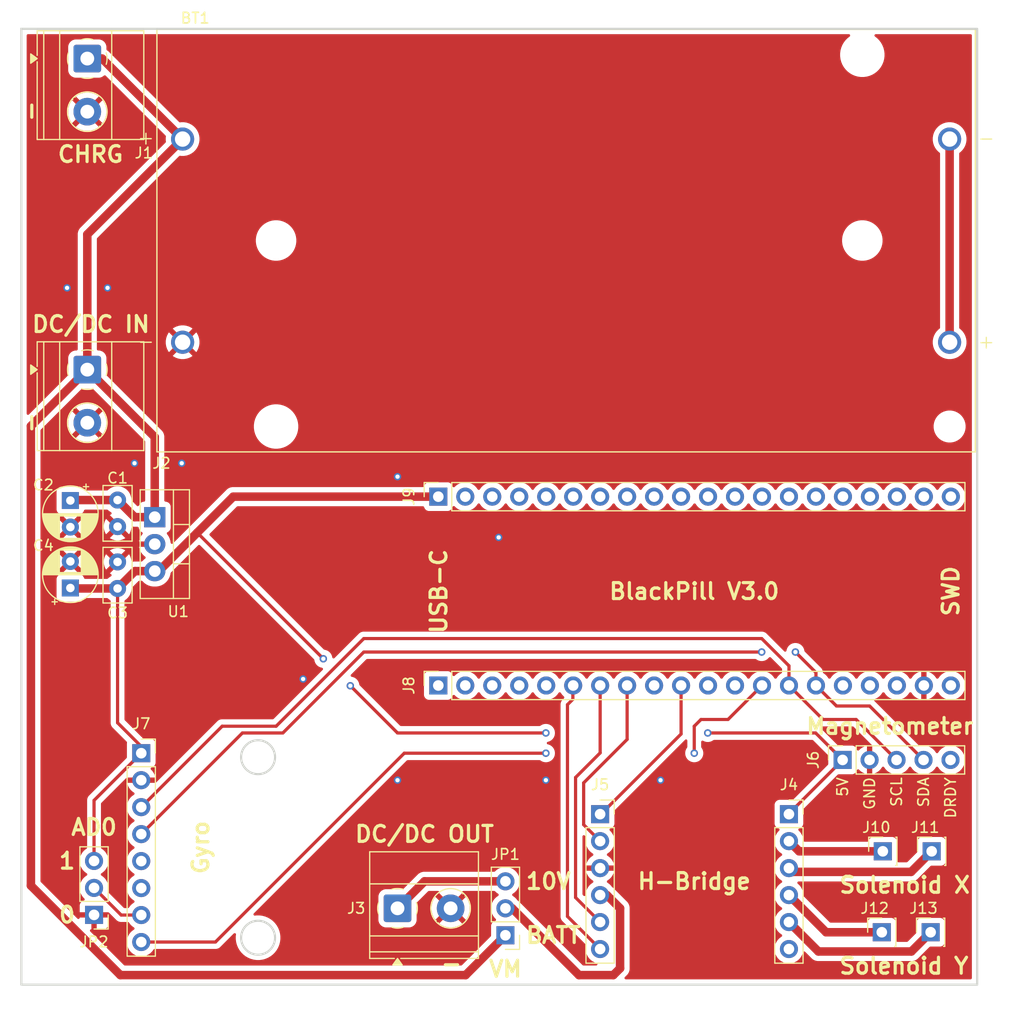
<source format=kicad_pcb>
(kicad_pcb (version 20241229) (generator "pcbnew") (generator_version "9.0")
  (layers (0 "F.Cu" signal) (2 "B.Cu" signal) (13 "F.Paste" user) (15 "B.Paste" user) (5 "F.SilkS" user "F.Silkscreen") (7 "B.SilkS" user "B.Silkscreen") (1 "F.Mask" user) (3 "B.Mask" user) (25 "Edge.Cuts" user))
  (net 0 "")
  (net 1 "Net-(BT1-PadN1)")
  (net 2 "GND")
  (net 3 "+BATT")
  (net 4 "+5V")
  (net 5 "+10V")
  (net 6 "/H-mostík/OUT4")
  (net 7 "/H-mostík/OUT1")
  (net 8 "/H-mostík/OUT3")
  (net 9 "/H-mostík/ULT")
  (net 10 "/H-mostík/OUT2")
  (net 11 "/BlackPill V3.0/A11")
  (net 12 "/H-mostík/VCC")
  (net 13 "/BlackPill V3.0/A15")
  (net 14 "/BlackPill V3.0/A9")
  (net 15 "/BlackPill V3.0/A10")
  (net 16 "/SCL1")
  (net 17 "/Magnetometer/DRDY")
  (net 18 "/SDA1")
  (net 19 "/Gyroskop/XDA")
  (net 20 "/GY_INT")
  (net 21 "/Gyroskop/AD0")
  (net 22 "/Gyroskop/XCL")
  (net 23 "/BlackPill V3.0/B9")
  (net 24 "/BlackPill V3.0/3V3.0")
  (net 25 "/BlackPill V3.0/B14")
  (net 26 "/BlackPill V3.0/A12")
  (net 27 "/BlackPill V3.0/B15")
  (net 28 "/BlackPill V3.0/B12")
  (net 29 "/BlackPill V3.0/B8")
  (net 30 "/BlackPill V3.0/B13")
  (net 31 "/BlackPill V3.0/C14")
  (net 32 "/BlackPill V3.0/A4")
  (net 33 "/BlackPill V3.0/A1")
  (net 34 "/BlackPill V3.0/A7")
  (net 35 "/BlackPill V3.0/A2")
  (net 36 "/BlackPill V3.0/C13")
  (net 37 "/BlackPill V3.0/A5")
  (net 38 "/BlackPill V3.0/A0")
  (net 39 "/BlackPill V3.0/B2")
  (net 40 "/BlackPill V3.0/R")
  (net 41 "/BlackPill V3.0/A3")
  (net 42 "/BlackPill V3.0/C15")
  (net 43 "/BlackPill V3.0/B1")
  (net 44 "/BlackPill V3.0/VB")
  (net 45 "/BlackPill V3.0/A6")
  (net 46 "/BlackPill V3.0/B0")
  (net 47 "/BlackPill V3.0/3V3.1")
  (net 48 "/BlackPill V3.0/G.1")
  (net 49 "/BlackPill V3.0/B4")
  (net 50 "/BlackPill V3.0/A8")
  (net 51 "/BlackPill V3.0/5V.0")
  (net 52 "/BlackPill V3.0/B3")
  (net 53 "/BlackPill V3.0/B10")
  (footprint "Capacitor_THT:CP_Radial_D5.0mm_P2.50mm" (layer "F.Cu") (at 107.625 98.128888 -90)
    (property "Reference" "C2" (at -1.461887 2.54 0) (layer "F.SilkS"))
    (property "Value" "10u")
    (pad "1" thru_hole rect (at 0 0 270) (size 1.6 1.6) (drill 0.8) (layers "*.Cu" "*.Mask") (net 3 "+BATT"))
    (pad "2" thru_hole circle (at 2.5 0 270) (size 1.6 1.6) (drill 0.8) (layers "*.Cu" "*.Mask") (net 2 "GND"))
  )
  (footprint "Connector_PinSocket_2.54mm:PinSocket_1x20_P2.54mm_Vertical" (layer "F.Cu") (at 142.27 115.545 90)
    (property "Reference" "J8" (at 0 -2.77 90) (layer "F.SilkS"))
    (property "Value" "Conn_01x20_Socket")
    (pad "1" thru_hole rect (at 0 0 90) (size 1.7 1.7) (drill 1) (layers "*.Cu" "*.Mask") (net 28 "/BlackPill V3.0/B12"))
    (pad "2" thru_hole oval (at 0 2.54 90) (size 1.7 1.7) (drill 1) (layers "*.Cu" "*.Mask") (net 30 "/BlackPill V3.0/B13"))
    (pad "3" thru_hole oval (at 0 5.08 90) (size 1.7 1.7) (drill 1) (layers "*.Cu" "*.Mask") (net 25 "/BlackPill V3.0/B14"))
    (pad "4" thru_hole oval (at 0 7.62 90) (size 1.7 1.7) (drill 1) (layers "*.Cu" "*.Mask") (net 27 "/BlackPill V3.0/B15"))
    (pad "5" thru_hole oval (at 0 10.16 90) (size 1.7 1.7) (drill 1) (layers "*.Cu" "*.Mask") (net 50 "/BlackPill V3.0/A8"))
    (pad "6" thru_hole oval (at 0 12.7 90) (size 1.7 1.7) (drill 1) (layers "*.Cu" "*.Mask") (net 14 "/BlackPill V3.0/A9"))
    (pad "7" thru_hole oval (at 0 15.24 90) (size 1.7 1.7) (drill 1) (layers "*.Cu" "*.Mask") (net 15 "/BlackPill V3.0/A10"))
    (pad "8" thru_hole oval (at 0 17.78 90) (size 1.7 1.7) (drill 1) (layers "*.Cu" "*.Mask") (net 11 "/BlackPill V3.0/A11"))
    (pad "9" thru_hole oval (at 0 20.32 90) (size 1.7 1.7) (drill 1) (layers "*.Cu" "*.Mask") (net 26 "/BlackPill V3.0/A12"))
    (pad "10" thru_hole oval (at 0 22.86 90) (size 1.7 1.7) (drill 1) (layers "*.Cu" "*.Mask") (net 13 "/BlackPill V3.0/A15"))
    (pad "11" thru_hole oval (at 0 25.4 90) (size 1.7 1.7) (drill 1) (layers "*.Cu" "*.Mask") (net 52 "/BlackPill V3.0/B3"))
    (pad "12" thru_hole oval (at 0 27.94 90) (size 1.7 1.7) (drill 1) (layers "*.Cu" "*.Mask") (net 49 "/BlackPill V3.0/B4"))
    (pad "13" thru_hole oval (at 0 30.48 90) (size 1.7 1.7) (drill 1) (layers "*.Cu" "*.Mask") (net 20 "/GY_INT"))
    (pad "14" thru_hole oval (at 0 33.02 90) (size 1.7 1.7) (drill 1) (layers "*.Cu" "*.Mask") (net 16 "/SCL1"))
    (pad "15" thru_hole oval (at 0 35.56 90) (size 1.7 1.7) (drill 1) (layers "*.Cu" "*.Mask") (net 18 "/SDA1"))
    (pad "16" thru_hole oval (at 0 38.1 90) (size 1.7 1.7) (drill 1) (layers "*.Cu" "*.Mask") (net 29 "/BlackPill V3.0/B8"))
    (pad "17" thru_hole oval (at 0 40.64 90) (size 1.7 1.7) (drill 1) (layers "*.Cu" "*.Mask") (net 23 "/BlackPill V3.0/B9"))
    (pad "18" thru_hole oval (at 0 43.18 90) (size 1.7 1.7) (drill 1) (layers "*.Cu" "*.Mask") (net 51 "/BlackPill V3.0/5V.0"))
    (pad "19" thru_hole oval (at 0 45.72 90) (size 1.7 1.7) (drill 1) (layers "*.Cu" "*.Mask") (net 2 "GND"))
    (pad "20" thru_hole oval (at 0 48.26 90) (size 1.7 1.7) (drill 1) (layers "*.Cu" "*.Mask") (net 24 "/BlackPill V3.0/3V3.0"))
  )
  (footprint "Connector_PinSocket_2.54mm:PinSocket_1x20_P2.54mm_Vertical" (layer "F.Cu") (at 142.27 97.765 90)
    (property "Reference" "J9" (at 0 -2.77 90) (layer "F.SilkS"))
    (property "Value" "Conn_01x20_Socket")
    (pad "1" thru_hole rect (at 0 0 90) (size 1.7 1.7) (drill 1) (layers "*.Cu" "*.Mask") (net 4 "+5V"))
    (pad "2" thru_hole oval (at 0 2.54 90) (size 1.7 1.7) (drill 1) (layers "*.Cu" "*.Mask") (net 48 "/BlackPill V3.0/G.1"))
    (pad "3" thru_hole oval (at 0 5.08 90) (size 1.7 1.7) (drill 1) (layers "*.Cu" "*.Mask") (net 47 "/BlackPill V3.0/3V3.1"))
    (pad "4" thru_hole oval (at 0 7.62 90) (size 1.7 1.7) (drill 1) (layers "*.Cu" "*.Mask") (net 53 "/BlackPill V3.0/B10"))
    (pad "5" thru_hole oval (at 0 10.16 90) (size 1.7 1.7) (drill 1) (layers "*.Cu" "*.Mask") (net 39 "/BlackPill V3.0/B2"))
    (pad "6" thru_hole oval (at 0 12.7 90) (size 1.7 1.7) (drill 1) (layers "*.Cu" "*.Mask") (net 43 "/BlackPill V3.0/B1"))
    (pad "7" thru_hole oval (at 0 15.24 90) (size 1.7 1.7) (drill 1) (layers "*.Cu" "*.Mask") (net 46 "/BlackPill V3.0/B0"))
    (pad "8" thru_hole oval (at 0 17.78 90) (size 1.7 1.7) (drill 1) (layers "*.Cu" "*.Mask") (net 34 "/BlackPill V3.0/A7"))
    (pad "9" thru_hole oval (at 0 20.32 90) (size 1.7 1.7) (drill 1) (layers "*.Cu" "*.Mask") (net 45 "/BlackPill V3.0/A6"))
    (pad "10" thru_hole oval (at 0 22.86 90) (size 1.7 1.7) (drill 1) (layers "*.Cu" "*.Mask") (net 37 "/BlackPill V3.0/A5"))
    (pad "11" thru_hole oval (at 0 25.4 90) (size 1.7 1.7) (drill 1) (layers "*.Cu" "*.Mask") (net 32 "/BlackPill V3.0/A4"))
    (pad "12" thru_hole oval (at 0 27.94 90) (size 1.7 1.7) (drill 1) (layers "*.Cu" "*.Mask") (net 41 "/BlackPill V3.0/A3"))
    (pad "13" thru_hole oval (at 0 30.48 90) (size 1.7 1.7) (drill 1) (layers "*.Cu" "*.Mask") (net 35 "/BlackPill V3.0/A2"))
    (pad "14" thru_hole oval (at 0 33.02 90) (size 1.7 1.7) (drill 1) (layers "*.Cu" "*.Mask") (net 33 "/BlackPill V3.0/A1"))
    (pad "15" thru_hole oval (at 0 35.56 90) (size 1.7 1.7) (drill 1) (layers "*.Cu" "*.Mask") (net 38 "/BlackPill V3.0/A0"))
    (pad "16" thru_hole oval (at 0 38.1 90) (size 1.7 1.7) (drill 1) (layers "*.Cu" "*.Mask") (net 40 "/BlackPill V3.0/R"))
    (pad "17" thru_hole oval (at 0 40.64 90) (size 1.7 1.7) (drill 1) (layers "*.Cu" "*.Mask") (net 42 "/BlackPill V3.0/C15"))
    (pad "18" thru_hole oval (at 0 43.18 90) (size 1.7 1.7) (drill 1) (layers "*.Cu" "*.Mask") (net 31 "/BlackPill V3.0/C14"))
    (pad "19" thru_hole oval (at 0 45.72 90) (size 1.7 1.7) (drill 1) (layers "*.Cu" "*.Mask") (net 36 "/BlackPill V3.0/C13"))
    (pad "20" thru_hole oval (at 0 48.26 90) (size 1.7 1.7) (drill 1) (layers "*.Cu" "*.Mask") (net 44 "/BlackPill V3.0/VB"))
  )
  (footprint "Connector_PinSocket_2.54mm:PinSocket_1x06_P2.54mm_Vertical" (layer "F.Cu") (at 157.505 127.66)
    (property "Reference" "J5" (at 0 -2.77 0) (layer "F.SilkS"))
    (property "Value" "~")
    (pad "1" thru_hole rect (at 0 0) (size 1.7 1.7) (drill 1) (layers "*.Cu" "*.Mask") (net 13 "/BlackPill V3.0/A15"))
    (pad "2" thru_hole oval (at 0 2.54) (size 1.7 1.7) (drill 1) (layers "*.Cu" "*.Mask") (net 11 "/BlackPill V3.0/A11"))
    (pad "3" thru_hole oval (at 0 5.08) (size 1.7 1.7) (drill 1) (layers "*.Cu" "*.Mask") (net 2 "GND"))
    (pad "4" thru_hole oval (at 0 7.62) (size 1.7 1.7) (drill 1) (layers "*.Cu" "*.Mask") (net 12 "/H-mostík/VCC"))
    (pad "5" thru_hole oval (at 0 10.16) (size 1.7 1.7) (drill 1) (layers "*.Cu" "*.Mask") (net 15 "/BlackPill V3.0/A10"))
    (pad "6" thru_hole oval (at 0 12.7) (size 1.7 1.7) (drill 1) (layers "*.Cu" "*.Mask") (net 14 "/BlackPill V3.0/A9"))
  )
  (footprint "Connector_PinSocket_2.54mm:PinSocket_1x06_P2.54mm_Vertical" (layer "F.Cu") (at 175.285 127.66)
    (property "Reference" "J4" (at 0 -2.77 0) (layer "F.SilkS"))
    (property "Value" "~")
    (pad "1" thru_hole rect (at 0 0) (size 1.7 1.7) (drill 1) (layers "*.Cu" "*.Mask") (net 4 "+5V"))
    (pad "2" thru_hole oval (at 0 2.54) (size 1.7 1.7) (drill 1) (layers "*.Cu" "*.Mask") (net 7 "/H-mostík/OUT1"))
    (pad "3" thru_hole oval (at 0 5.08) (size 1.7 1.7) (drill 1) (layers "*.Cu" "*.Mask") (net 10 "/H-mostík/OUT2"))
    (pad "4" thru_hole oval (at 0 7.62) (size 1.7 1.7) (drill 1) (layers "*.Cu" "*.Mask") (net 8 "/H-mostík/OUT3"))
    (pad "5" thru_hole oval (at 0 10.16) (size 1.7 1.7) (drill 1) (layers "*.Cu" "*.Mask") (net 6 "/H-mostík/OUT4"))
    (pad "6" thru_hole oval (at 0 12.7) (size 1.7 1.7) (drill 1) (layers "*.Cu" "*.Mask") (net 9 "/H-mostík/ULT"))
  )
  (footprint "Connector_PinHeader_2.54mm:PinHeader_1x03_P2.54mm_Vertical" (layer "F.Cu") (at 109.855 137.145 180)
    (property "Reference" "JP2" (at 0 -2.54 0) (layer "F.SilkS"))
    (property "Value" "Jumper_3_Open")
    (pad "1" thru_hole rect (at 0 0 180) (size 1.7 1.7) (drill 1) (layers "*.Cu" "*.Mask") (net 2 "GND"))
    (pad "2" thru_hole oval (at 0 2.54 180) (size 1.7 1.7) (drill 1) (layers "*.Cu" "*.Mask") (net 21 "/Gyroskop/AD0"))
    (pad "3" thru_hole oval (at 0 5.08 180) (size 1.7 1.7) (drill 1) (layers "*.Cu" "*.Mask") (net 4 "+5V"))
  )
  (footprint "TerminalBlock_Phoenix:TerminalBlock_Phoenix_MKDS-1,5-2_1x02_P5.00mm_Horizontal" (layer "F.Cu") (at 138.43 136.525)
    (property "Reference" "J3" (at -3.89 0 0) (layer "F.SilkS"))
    (property "Value" "Step-up output")
    (pad "1" thru_hole roundrect (at 0 0) (size 2.6 2.6) (drill 1.3) (layers "*.Cu" "*.Mask") (roundrect_rratio 0.096154) (net 5 "+10V"))
    (pad "2" thru_hole circle (at 5 0) (size 2.6 2.6) (drill 1.3) (layers "*.Cu" "*.Mask") (net 2 "GND"))
  )
  (footprint "Capacitor_THT:CP_Radial_D5.0mm_P2.50mm" (layer "F.Cu") (at 107.625 106.364114 90)
    (property "Reference" "C4" (at 3.999112 -2.54 0) (layer "F.SilkS"))
    (property "Value" "10u")
    (pad "1" thru_hole rect (at 0 0 90) (size 1.6 1.6) (drill 0.8) (layers "*.Cu" "*.Mask") (net 4 "+5V"))
    (pad "2" thru_hole circle (at 2.5 0 90) (size 1.6 1.6) (drill 0.8) (layers "*.Cu" "*.Mask") (net 2 "GND"))
  )
  (footprint "TerminalBlock_Phoenix:TerminalBlock_Phoenix_MKDS-1,5-2_1x02_P5.00mm_Horizontal" (layer "F.Cu") (at 109.22 85.805 -90)
    (property "Reference" "J2" (at 8.81 -6.985 180) (layer "F.SilkS"))
    (property "Value" "Step-up input")
    (pad "1" thru_hole roundrect (at 0 0 270) (size 2.6 2.6) (drill 1.3) (layers "*.Cu" "*.Mask") (roundrect_rratio 0.096154) (net 3 "+BATT"))
    (pad "2" thru_hole circle (at 5 0 270) (size 2.6 2.6) (drill 1.3) (layers "*.Cu" "*.Mask") (net 2 "GND"))
  )
  (footprint "Capacitor_THT:C_Disc_D5.0mm_W2.5mm_P2.50mm" (layer "F.Cu") (at 112.07 98.084 -90)
    (property "Reference" "C1" (at -2.072 0 0) (layer "F.SilkS"))
    (property "Value" "100n")
    (pad "1" thru_hole circle (at 0 0 270) (size 1.6 1.6) (drill 0.8) (layers "*.Cu" "*.Mask") (net 3 "+BATT"))
    (pad "2" thru_hole circle (at 2.5 0 270) (size 1.6 1.6) (drill 0.8) (layers "*.Cu" "*.Mask") (net 2 "GND"))
  )
  (footprint "Connector_PinSocket_2.54mm:PinSocket_1x08_P2.54mm_Vertical" (layer "F.Cu") (at 114.3 121.92)
    (property "Reference" "J7" (at 0 -2.77 0) (layer "F.SilkS"))
    (property "Value" "Conn_01x08_Socket")
    (pad "1" thru_hole rect (at 0 0) (size 1.7 1.7) (drill 1) (layers "*.Cu" "*.Mask") (net 4 "+5V"))
    (pad "2" thru_hole oval (at 0 2.54) (size 1.7 1.7) (drill 1) (layers "*.Cu" "*.Mask") (net 2 "GND"))
    (pad "3" thru_hole oval (at 0 5.08) (size 1.7 1.7) (drill 1) (layers "*.Cu" "*.Mask") (net 16 "/SCL1"))
    (pad "4" thru_hole oval (at 0 7.62) (size 1.7 1.7) (drill 1) (layers "*.Cu" "*.Mask") (net 18 "/SDA1"))
    (pad "5" thru_hole oval (at 0 10.16) (size 1.7 1.7) (drill 1) (layers "*.Cu" "*.Mask") (net 19 "/Gyroskop/XDA"))
    (pad "6" thru_hole oval (at 0 12.7) (size 1.7 1.7) (drill 1) (layers "*.Cu" "*.Mask") (net 22 "/Gyroskop/XCL"))
    (pad "7" thru_hole oval (at 0 15.24) (size 1.7 1.7) (drill 1) (layers "*.Cu" "*.Mask") (net 21 "/Gyroskop/AD0"))
    (pad "8" thru_hole oval (at 0 17.78) (size 1.7 1.7) (drill 1) (layers "*.Cu" "*.Mask") (net 20 "/GY_INT"))
  )
  (footprint "Connector_PinHeader_2.54mm:PinHeader_1x03_P2.54mm_Vertical" (layer "F.Cu") (at 148.59 139.065 180)
    (property "Reference" "JP1" (at 0 7.62 0) (layer "F.SilkS"))
    (property "Value" "+BATT default")
    (pad "1" thru_hole rect (at 0 0 180) (size 1.7 1.7) (drill 1) (layers "*.Cu" "*.Mask") (net 3 "+BATT"))
    (pad "2" thru_hole oval (at 0 2.54 180) (size 1.7 1.7) (drill 1) (layers "*.Cu" "*.Mask") (net 12 "/H-mostík/VCC"))
    (pad "3" thru_hole oval (at 0 5.08 180) (size 1.7 1.7) (drill 1) (layers "*.Cu" "*.Mask") (net 5 "+10V"))
  )
  (footprint "TerminalBlock_Phoenix:TerminalBlock_Phoenix_MKDS-1,5-2_1x02_P5.00mm_Horizontal" (layer "F.Cu") (at 109.22 56.515 -90)
    (property "Reference" "J1" (at 8.89 -5.32 180) (layer "F.SilkS"))
    (property "Value" "Nabíjací modul")
    (pad "1" thru_hole roundrect (at 0 0 270) (size 2.6 2.6) (drill 1.3) (layers "*.Cu" "*.Mask") (roundrect_rratio 0.096154) (net 3 "+BATT"))
    (pad "2" thru_hole circle (at 5 0 270) (size 2.6 2.6) (drill 1.3) (layers "*.Cu" "*.Mask") (net 2 "GND"))
  )
  (footprint "NDE_lib:BAT_1049" (layer "F.Cu") (at 154.305 73.66)
    (property "Reference" "BT1" (at -34.925 -20.955 0) (layer "F.SilkS"))
    (property "Value" "1049")
    (pad "" np_thru_hole circle (at -27.31 -0.015) (size 3.31 3.31) (drill 3.31) (layers "*.Cu" "*.Mask"))
    (pad "" np_thru_hole circle (at -27.31 17.5) (size 3.68 3.68) (drill 3.68) (layers "*.Cu" "*.Mask"))
    (pad "" np_thru_hole circle (at 27.89 -17.5) (size 3.68 3.68) (drill 3.68) (layers "*.Cu" "*.Mask"))
    (pad "" np_thru_hole circle (at 27.89 -0.015) (size 3.31 3.31) (drill 3.31) (layers "*.Cu" "*.Mask"))
    (pad "" np_thru_hole circle (at 36.11 17.5) (size 2.51 2.51) (drill 2.51) (layers "*.Cu" "*.Mask"))
    (pad "N1" thru_hole circle (at 36.11 -9.565) (size 2.175 2.175) (drill 1.45) (layers "*.Cu" "*.Mask") (net 1 "Net-(BT1-PadN1)"))
    (pad "N2" thru_hole circle (at -36.11 9.565) (size 2.175 2.175) (drill 1.45) (layers "*.Cu" "*.Mask") (net 2 "GND"))
    (pad "P1" thru_hole circle (at -36.11 -9.565) (size 2.175 2.175) (drill 1.45) (layers "*.Cu" "*.Mask") (net 3 "+BATT"))
    (pad "P2" thru_hole circle (at 36.11 9.565) (size 2.175 2.175) (drill 1.45) (layers "*.Cu" "*.Mask") (net 1 "Net-(BT1-PadN1)"))
  )
  (footprint "Capacitor_THT:C_Disc_D5.0mm_W2.5mm_P2.50mm" (layer "F.Cu") (at 112.07 106.409001 90)
    (property "Reference" "C3" (at -2.302999 0 180) (layer "F.SilkS"))
    (property "Value" "100n")
    (pad "1" thru_hole circle (at 0 0 90) (size 1.6 1.6) (drill 0.8) (layers "*.Cu" "*.Mask") (net 4 "+5V"))
    (pad "2" thru_hole circle (at 2.5 0 90) (size 1.6 1.6) (drill 0.8) (layers "*.Cu" "*.Mask") (net 2 "GND"))
  )
  (footprint "Connector_PinSocket_2.54mm:PinSocket_1x01_P2.54mm_Vertical" (layer "F.Cu") (at 184.028572 138.778375 90)
    (property "Reference" "J12" (at 2.253375 -0.668572 180) (layer "F.SilkS"))
    (property "Value" "Conn_01x01_Socket")
    (pad "1" thru_hole rect (at 0 0 90) (size 1.7 1.7) (drill 1) (layers "*.Cu" "*.Mask") (net 8 "/H-mostík/OUT3"))
  )
  (footprint "Package_TO_SOT_THT:TO-220-3_Vertical" (layer "F.Cu") (at 115.57 99.695 -90)
    (property "Reference" "U1" (at 8.89 -2.215 0) (layer "F.SilkS"))
    (property "Value" "LM7805_TO220")
    (pad "1" thru_hole rect (at 0 0 270) (size 1.905 2) (drill 1.1) (layers "*.Cu" "*.Mask") (net 3 "+BATT"))
    (pad "2" thru_hole oval (at 2.54 0 270) (size 1.905 2) (drill 1.1) (layers "*.Cu" "*.Mask") (net 2 "GND"))
    (pad "3" thru_hole oval (at 5.08 0 270) (size 1.905 2) (drill 1.1) (layers "*.Cu" "*.Mask") (net 4 "+5V"))
  )
  (footprint "Connector_PinSocket_2.54mm:PinSocket_1x05_P2.54mm_Vertical" (layer "F.Cu") (at 180.34 122.555 90)
    (property "Reference" "J6" (at 0 -2.77 90) (layer "F.SilkS"))
    (property "Value" "Conn_01x05_Socket")
    (pad "1" thru_hole rect (at 0 0 90) (size 1.7 1.7) (drill 1) (layers "*.Cu" "*.Mask") (net 4 "+5V"))
    (pad "2" thru_hole oval (at 0 2.54 90) (size 1.7 1.7) (drill 1) (layers "*.Cu" "*.Mask") (net 2 "GND"))
    (pad "3" thru_hole oval (at 0 5.08 90) (size 1.7 1.7) (drill 1) (layers "*.Cu" "*.Mask") (net 16 "/SCL1"))
    (pad "4" thru_hole oval (at 0 7.62 90) (size 1.7 1.7) (drill 1) (layers "*.Cu" "*.Mask") (net 18 "/SDA1"))
    (pad "5" thru_hole oval (at 0 10.16 90) (size 1.7 1.7) (drill 1) (layers "*.Cu" "*.Mask") (net 17 "/Magnetometer/DRDY"))
  )
  (footprint "Connector_PinSocket_2.54mm:PinSocket_1x01_P2.54mm_Vertical" (layer "F.Cu") (at 184.125 131.158375 90)
    (property "Reference" "J10" (at 2.253375 -0.61 180) (layer "F.SilkS"))
    (property "Value" "Conn_01x01_Socket")
    (pad "1" thru_hole rect (at 0 0 90) (size 1.7 1.7) (drill 1) (layers "*.Cu" "*.Mask") (net 7 "/H-mostík/OUT1"))
  )
  (footprint "Connector_PinSocket_2.54mm:PinSocket_1x01_P2.54mm_Vertical" (layer "F.Cu") (at 188.725 131.158375 90)
    (property "Reference" "J11" (at 2.253375 -0.61 180) (layer "F.SilkS"))
    (property "Value" "Conn_01x01_Socket")
    (pad "1" thru_hole rect (at 0 0 90) (size 1.7 1.7) (drill 1) (layers "*.Cu" "*.Mask") (net 10 "/H-mostík/OUT2"))
  )
  (footprint "Connector_PinSocket_2.54mm:PinSocket_1x01_P2.54mm_Vertical" (layer "F.Cu") (at 188.628572 138.778375 90)
    (property "Reference" "J13" (at 2.253375 -0.668572 180) (layer "F.SilkS"))
    (property "Value" "Conn_01x01_Socket")
    (pad "1" thru_hole rect (at 0 0 90) (size 1.7 1.7) (drill 1) (layers "*.Cu" "*.Mask") (net 6 "/H-mostík/OUT4"))
  )
  (gr_rect (start 103.01 53.715) (end 193.01 143.715) (stroke (width 0.2)) (fill no) (layer "Edge.Cuts"))
  (gr_circle (center 125.3 122.295001) (end 126.9 122.295001) (stroke (width 0.2)) (fill no) (layer "Edge.Cuts"))
  (gr_circle (center 125.3 139.295001) (end 126.9 139.295001) (stroke (width 0.2)) (fill no) (layer "Edge.Cuts"))
  (gr_text "-" (at 103.886 90.805 90) (layer "F.SilkS") (effects (font (size 1.5 1.5) (thickness 0.3) (bold yes))))
  (gr_text "Solenoid Y" (at 186.113572 141.953375 0) (layer "F.SilkS") (effects (font (size 1.5 1.5) (thickness 0.3) (bold yes))))
  (gr_text "SWD" (at 190.53 106.655 90) (layer "F.SilkS") (effects (font (size 1.5 1.5) (thickness 0.3) (bold yes))))
  (gr_text "Magnetometer" (at 184.785 119.38 0) (layer "F.SilkS") (effects (font (size 1.5 1.5) (thickness 0.3) (bold yes))))
  (gr_text "USB-C" (at 142.312382 106.68 90) (layer "F.SilkS") (effects (font (size 1.5 1.5) (thickness 0.3) (bold yes))))
  (gr_text "Gyro" (at 119.9 130.795001 90) (layer "F.SilkS") (effects (font (size 1.5 1.5) (thickness 0.3) (bold yes))))
  (gr_text "VM" (at 148.59 142.24 0) (layer "F.SilkS") (effects (font (size 1.5 1.5) (thickness 0.3) (bold yes))))
  (gr_text "0" (at 107.315 137.145 0) (layer "F.SilkS") (effects (font (size 1.5 1.5) (thickness 0.3) (bold yes))))
  (gr_text "SCL" (at 185.42 125.571191 90) (layer "F.SilkS") (effects (font (size 1 1))))
  (gr_text "-" (at 143.51 141.732 0) (layer "F.SilkS") (effects (font (size 1.5 1.5) (thickness 0.3) (bold yes))))
  (gr_text "5V" (at 180.34 125.095 90) (layer "F.SilkS") (effects (font (size 1 1))))
  (gr_text "H-Bridge" (at 166.37 133.985 0) (layer "F.SilkS") (effects (font (size 1.5 1.5) (thickness 0.3) (bold yes))))
  (gr_text "SDA" (at 187.96 125.595 90) (layer "F.SilkS") (effects (font (size 1 1))))
  (gr_text "1" (at 107.315 132.065 0) (layer "F.SilkS") (effects (font (size 1.5 1.5) (thickness 0.3) (bold yes))))
  (gr_text "AD0" (at 109.855 128.890002 0) (layer "F.SilkS") (effects (font (size 1.5 1.5) (thickness 0.3) (bold yes))))
  (gr_text "BATT" (at 150.368 139.065 0) (layer "F.SilkS") (effects (font (size 1.5 1.5) (thickness 0.3) (bold yes)) (justify left)))
  (gr_text "CHRG" (at 109.52 65.532 0) (layer "F.SilkS") (effects (font (size 1.5 1.5) (thickness 0.3) (bold yes))))
  (gr_text "10V" (at 150.368 133.985 0) (layer "F.SilkS") (effects (font (size 1.5 1.5) (thickness 0.3) (bold yes)) (justify left)))
  (gr_text "DRDY" (at 190.5 126.11881 90) (layer "F.SilkS") (effects (font (size 1 1))))
  (gr_text "GND" (at 182.88 125.714048 90) (layer "F.SilkS") (effects (font (size 1 1))))
  (gr_text "Solenoid X" (at 186.185 134.333375 0) (layer "F.SilkS") (effects (font (size 1.5 1.5) (thickness 0.3) (bold yes))))
  (gr_text "DC/DC OUT" (at 140.97 129.54 0) (layer "F.SilkS") (effects (font (size 1.5 1.5) (thickness 0.3) (bold yes))))
  (gr_text "DC/DC IN" (at 109.559818 81.534 0) (layer "F.SilkS") (effects (font (size 1.5 1.5) (thickness 0.3) (bold yes))))
  (gr_text "-" (at 103.886 61.468 90) (layer "F.SilkS") (effects (font (size 1.5 1.5) (thickness 0.3) (bold yes))))
  (gr_text "BlackPill V3.0" (at 166.37 106.68 0) (layer "F.SilkS") (effects (font (size 1.5 1.5) (thickness 0.3) (bold yes))))
  (segment (start 190.415 64.095) (end 190.415 83.225) (width 0.8) (layer "F.Cu") (net 1))
  (via (at 107.315 78.105) (size 0.7) (drill 0.4) (layers "F.Cu" "B.Cu") (net 2))
  (via (at 138.43 124.46) (size 0.7) (drill 0.4) (layers "F.Cu" "B.Cu") (net 2))
  (via (at 152.4 124.46) (size 0.7) (drill 0.4) (layers "F.Cu" "B.Cu") (net 2))
  (via (at 118.11 94.615) (size 0.7) (drill 0.4) (layers "F.Cu" "B.Cu") (net 2))
  (via (at 138.43 95.885) (size 0.7) (drill 0.4) (layers "F.Cu" "B.Cu") (net 2))
  (via (at 129.54 114.935) (size 0.7) (drill 0.4) (layers "F.Cu" "B.Cu") (net 2))
  (via (at 163.195 124.46) (size 0.7) (drill 0.4) (layers "F.Cu" "B.Cu") (net 2))
  (via (at 147.955 101.6) (size 0.7) (drill 0.4) (layers "F.Cu" "B.Cu") (net 2))
  (via (at 111.125 78.105) (size 0.7) (drill 0.4) (layers "F.Cu" "B.Cu") (net 2))
  (via (at 113.665 94.615) (size 0.7) (drill 0.4) (layers "F.Cu" "B.Cu") (net 2))
  (segment (start 103.911 91.114) (end 109.22 85.805) (width 0.8) (layer "F.Cu") (net 3))
  (segment (start 113.681 99.695) (end 112.07 98.084) (width 0.8) (layer "F.Cu") (net 3))
  (segment (start 112.334 142.814) (end 103.911 134.391) (width 0.8) (layer "F.Cu") (net 3))
  (segment (start 103.911 134.391) (end 103.911 91.114) (width 0.8) (layer "F.Cu") (net 3))
  (segment (start 107.669888 98.084) (end 107.625 98.128888) (width 0.8) (layer "F.Cu") (net 3))
  (segment (start 112.07 98.084) (end 107.669888 98.084) (width 0.8) (layer "F.Cu") (net 3))
  (segment (start 110.615 56.515) (end 118.195 64.095) (width 0.8) (layer "F.Cu") (net 3))
  (segment (start 115.57 92.155) (end 115.57 99.695) (width 0.8) (layer "F.Cu") (net 3))
  (segment (start 115.57 99.695) (end 113.681 99.695) (width 0.8) (layer "F.Cu") (net 3))
  (segment (start 148.59 139.065) (end 144.841 142.814) (width 0.8) (layer "F.Cu") (net 3))
  (segment (start 109.22 85.805) (end 115.57 92.155) (width 0.8) (layer "F.Cu") (net 3))
  (segment (start 109.22 85.805) (end 109.22 73.07) (width 0.8) (layer "F.Cu") (net 3))
  (segment (start 144.841 142.814) (end 112.334 142.814) (width 0.8) (layer "F.Cu") (net 3))
  (segment (start 109.22 73.07) (end 118.195 64.095) (width 0.8) (layer "F.Cu") (net 3))
  (segment (start 109.22 56.515) (end 110.615 56.515) (width 0.8) (layer "F.Cu") (net 3))
  (segment (start 119.5705 101.1555) (end 115.951 104.775) (width 0.8) (layer "F.Cu") (net 4))
  (segment (start 113.704001 104.775) (end 112.07 106.409001) (width 0.8) (layer "F.Cu") (net 4))
  (segment (start 175.285 127.66) (end 175.285 127.61) (width 0.3) (layer "F.Cu") (net 4))
  (segment (start 115.57 104.775) (end 115.57 105.045) (width 0.8) (layer "F.Cu") (net 4))
  (segment (start 112.07 106.409001) (end 107.669887 106.409001) (width 0.8) (layer "F.Cu") (net 4))
  (segment (start 122.961 97.765) (end 119.5705 101.1555) (width 0.8) (layer "F.Cu") (net 4))
  (segment (start 131.445 113.03) (end 119.5705 101.1555) (width 0.3) (layer "F.Cu") (net 4))
  (segment (start 114.3 121.285) (end 112.07 119.055) (width 0.3) (layer "F.Cu") (net 4))
  (segment (start 133.985 115.57) (end 138.43 120.015) (width 0.3) (layer "F.Cu") (net 4))
  (segment (start 109.855 126.365) (end 114.3 121.92) (width 0.3) (layer "F.Cu") (net 4))
  (segment (start 107.669887 106.409001) (end 107.625 106.364114) (width 0.8) (layer "F.Cu") (net 4))
  (segment (start 175.285 127.61) (end 180.34 122.555) (width 0.3) (layer "F.Cu") (net 4))
  (segment (start 115.57 104.775) (end 113.704001 104.775) (width 0.8) (layer "F.Cu") (net 4))
  (segment (start 114.3 121.92) (end 114.3 121.285) (width 0.3) (layer "F.Cu") (net 4))
  (segment (start 167.64 120.015) (end 177.8 120.015) (width 0.3) (layer "F.Cu") (net 4))
  (segment (start 109.855 132.065) (end 109.855 126.365) (width 0.3) (layer "F.Cu") (net 4))
  (segment (start 138.43 120.015) (end 152.4 120.015) (width 0.3) (layer "F.Cu") (net 4))
  (segment (start 142.27 97.765) (end 122.961 97.765) (width 0.8) (layer "F.Cu") (net 4))
  (segment (start 115.951 104.775) (end 115.57 104.775) (width 0.8) (layer "F.Cu") (net 4))
  (segment (start 112.07 119.055) (end 112.07 106.409001) (width 0.3) (layer "F.Cu") (net 4))
  (segment (start 177.8 120.015) (end 180.34 122.555) (width 0.3) (layer "F.Cu") (net 4))
  (via (at 133.985 115.57) (size 0.7) (drill 0.4) (layers "F.Cu" "B.Cu") (net 4))
  (via (at 152.4 120.015) (size 0.7) (drill 0.4) (layers "F.Cu" "B.Cu") (net 4))
  (via (at 131.445 113.03) (size 0.7) (drill 0.4) (layers "F.Cu" "B.Cu") (net 4))
  (via (at 167.64 120.015) (size 0.7) (drill 0.4) (layers "F.Cu" "B.Cu") (net 4))
  (segment (start 140.97 133.985) (end 148.59 133.985) (width 0.8) (layer "F.Cu") (net 5))
  (segment (start 138.43 136.525) (end 140.97 133.985) (width 0.8) (layer "F.Cu") (net 5))
  (segment (start 175.285 137.82) (end 178.054 140.589) (width 0.8) (layer "F.Cu") (net 6))
  (segment (start 188.628572 138.778375) (end 188.7 138.778375) (width 0.8) (layer "F.Cu") (net 6))
  (segment (start 186.817947 140.589) (end 188.628572 138.778375) (width 0.8) (layer "F.Cu") (net 6))
  (segment (start 178.054 140.589) (end 186.817947 140.589) (width 0.8) (layer "F.Cu") (net 6))
  (segment (start 184.125 131.158375) (end 176.243375 131.158375) (width 0.8) (layer "F.Cu") (net 7))
  (segment (start 176.243375 131.158375) (end 175.285 130.2) (width 0.8) (layer "F.Cu") (net 7))
  (segment (start 183.838375 131.445) (end 184.125 131.158375) (width 0.8) (layer "F.Cu") (net 7))
  (segment (start 178.783375 138.778375) (end 184.028572 138.778375) (width 0.8) (layer "F.Cu") (net 8))
  (segment (start 175.285 135.28) (end 178.783375 138.778375) (width 0.8) (layer "F.Cu") (net 8))
  (segment (start 175.641 133.096) (end 186.787375 133.096) (width 0.8) (layer "F.Cu") (net 10))
  (segment (start 175.285 132.74) (end 175.641 133.096) (width 0.8) (layer "F.Cu") (net 10))
  (segment (start 186.787375 133.096) (end 188.725 131.158375) (width 0.8) (layer "F.Cu") (net 10))
  (segment (start 155.956 124.714) (end 160.05 120.62) (width 0.3) (layer "F.Cu") (net 11))
  (segment (start 155.956 128.651) (end 155.956 124.714) (width 0.3) (layer "F.Cu") (net 11))
  (segment (start 157.505 130.2) (end 155.956 128.651) (width 0.3) (layer "F.Cu") (net 11))
  (segment (start 160.05 120.62) (end 160.05 115.545) (width 0.3) (layer "F.Cu") (net 11))
  (segment (start 158.14 135.28) (end 157.505 135.28) (width 0.8) (layer "F.Cu") (net 12))
  (segment (start 155.514 142.814) (end 158.75 142.814) (width 0.8) (layer "F.Cu") (net 12))
  (segment (start 148.59 136.525) (end 149.225 136.525) (width 0.8) (layer "F.Cu") (net 12))
  (segment (start 158.75 142.814) (end 159.385 142.179) (width 0.8) (layer "F.Cu") (net 12))
  (segment (start 159.385 136.525) (end 158.14 135.28) (width 0.8) (layer "F.Cu") (net 12))
  (segment (start 159.385 142.179) (end 159.385 136.525) (width 0.8) (layer "F.Cu") (net 12))
  (segment (start 149.225 136.525) (end 155.514 142.814) (width 0.8) (layer "F.Cu") (net 12))
  (segment (start 165.13 120.112) (end 165.13 115.545) (width 0.3) (layer "F.Cu") (net 13))
  (segment (start 157.582 127.66) (end 165.13 120.112) (width 0.3) (layer "F.Cu") (net 13))
  (segment (start 157.505 127.66) (end 157.582 127.66) (width 0.3) (layer "F.Cu") (net 13))
  (segment (start 154.97 115.545) (end 154.94 115.575) (width 0.3) (layer "F.Cu") (net 14))
  (segment (start 154.94 115.575) (end 154.94 116.84) (width 0.3) (layer "F.Cu") (net 14))
  (segment (start 154.432 117.348) (end 154.432 137.287) (width 0.3) (layer "F.Cu") (net 14))
  (segment (start 154.432 137.287) (end 157.505 140.36) (width 0.3) (layer "F.Cu") (net 14))
  (segment (start 154.94 116.84) (end 154.432 117.348) (width 0.3) (layer "F.Cu") (net 14))
  (segment (start 155.194 124.206) (end 157.51 121.89) (width 0.3) (layer "F.Cu") (net 15))
  (segment (start 157.505 137.82) (end 155.194 135.509) (width 0.3) (layer "F.Cu") (net 15))
  (segment (start 157.51 121.89) (end 157.51 115.545) (width 0.3) (layer "F.Cu") (net 15))
  (segment (start 155.194 135.509) (end 155.194 124.206) (width 0.3) (layer "F.Cu") (net 15))
  (segment (start 181.61 118.745) (end 185.42 122.555) (width 0.3) (layer "F.Cu") (net 16))
  (segment (start 172.72 111.125) (end 135.255 111.125) (width 0.3) (layer "F.Cu") (net 16))
  (segment (start 121.92 119.38) (end 114.3 127) (width 0.3) (layer "F.Cu") (net 16))
  (segment (start 175.29 113.695) (end 172.72 111.125) (width 0.3) (layer "F.Cu") (net 16))
  (segment (start 175.29 115.545) (end 175.29 113.695) (width 0.3) (layer "F.Cu") (net 16))
  (segment (start 135.255 111.125) (end 127 119.38) (width 0.3) (layer "F.Cu") (net 16))
  (segment (start 127 119.38) (end 121.92 119.38) (width 0.3) (layer "F.Cu") (net 16))
  (segment (start 178.49 118.745) (end 181.61 118.745) (width 0.3) (layer "F.Cu") (net 16))
  (segment (start 175.29 115.545) (end 178.49 118.745) (width 0.3) (layer "F.Cu") (net 16))
  (segment (start 123.825 120.015) (end 114.3 129.54) (width 0.3) (layer "F.Cu") (net 18))
  (segment (start 179.76 117.475) (end 177.83 115.545) (width 0.3) (layer "F.Cu") (net 18))
  (segment (start 127.635 120.015) (end 123.825 120.015) (width 0.3) (layer "F.Cu") (net 18))
  (segment (start 187.96 122.555) (end 182.88 117.475) (width 0.3) (layer "F.Cu") (net 18))
  (segment (start 135.255 112.395) (end 127.635 120.015) (width 0.3) (layer "F.Cu") (net 18))
  (segment (start 182.88 117.475) (end 179.76 117.475) (width 0.3) (layer "F.Cu") (net 18))
  (segment (start 177.83 115.545) (end 177.83 114.33) (width 0.3) (layer "F.Cu") (net 18))
  (segment (start 177.83 114.33) (end 175.895 112.395) (width 0.3) (layer "F.Cu") (net 18))
  (segment (start 172.72 112.395) (end 135.255 112.395) (width 0.3) (layer "F.Cu") (net 18))
  (via (at 175.895 112.395) (size 0.7) (drill 0.4) (layers "F.Cu" "B.Cu") (net 18))
  (via (at 172.72 112.395) (size 0.7) (drill 0.4) (layers "F.Cu" "B.Cu") (net 18))
  (segment (start 114.3 139.7) (end 121.285 139.7) (width 0.3) (layer "F.Cu") (net 20))
  (segment (start 166.37 119.38) (end 167.005 118.745) (width 0.3) (layer "F.Cu") (net 20))
  (segment (start 169.55 118.745) (end 172.75 115.545) (width 0.3) (layer "F.Cu") (net 20))
  (segment (start 167.005 118.745) (end 169.55 118.745) (width 0.3) (layer "F.Cu") (net 20))
  (segment (start 166.37 121.92) (end 166.37 119.38) (width 0.3) (layer "F.Cu") (net 20))
  (segment (start 139.065 121.92) (end 152.4 121.92) (width 0.3) (layer "F.Cu") (net 20))
  (segment (start 121.285 139.7) (end 139.065 121.92) (width 0.3) (layer "F.Cu") (net 20))
  (via (at 166.37 121.92) (size 0.7) (drill 0.4) (layers "F.Cu" "B.Cu") (net 20))
  (via (at 152.4 121.92) (size 0.7) (drill 0.4) (layers "F.Cu" "B.Cu") (net 20))
  (segment (start 114.3 137.16) (end 113.665 137.16) (width 0.3) (layer "F.Cu") (net 21))
  (segment (start 109.855 134.605) (end 112.41 137.16) (width 0.3) (layer "F.Cu") (net 21))
  (segment (start 113.665 137.16) (end 113.65 137.145) (width 0.3) (layer "F.Cu") (net 21))
  (segment (start 112.41 137.16) (end 114.3 137.16) (width 0.3) (layer "F.Cu") (net 21))
  (segment (start 185.74 115.545) (end 185.45 115.545) (width 0.3) (layer "F.Cu") (net 51))
  (zone (net 2) (net_name "GND") (layer "F.Cu") (name "GND_plane") (connect_pads (clearance 0.5)) (min_thickness 0.25) (fill yes (thermal_gap 0.5) (thermal_bridge_width 0.5))
    (polygon (pts (xy 195 51) (xy 195 146) (xy 101 146) (xy 101 51)))
  )
)
</source>
